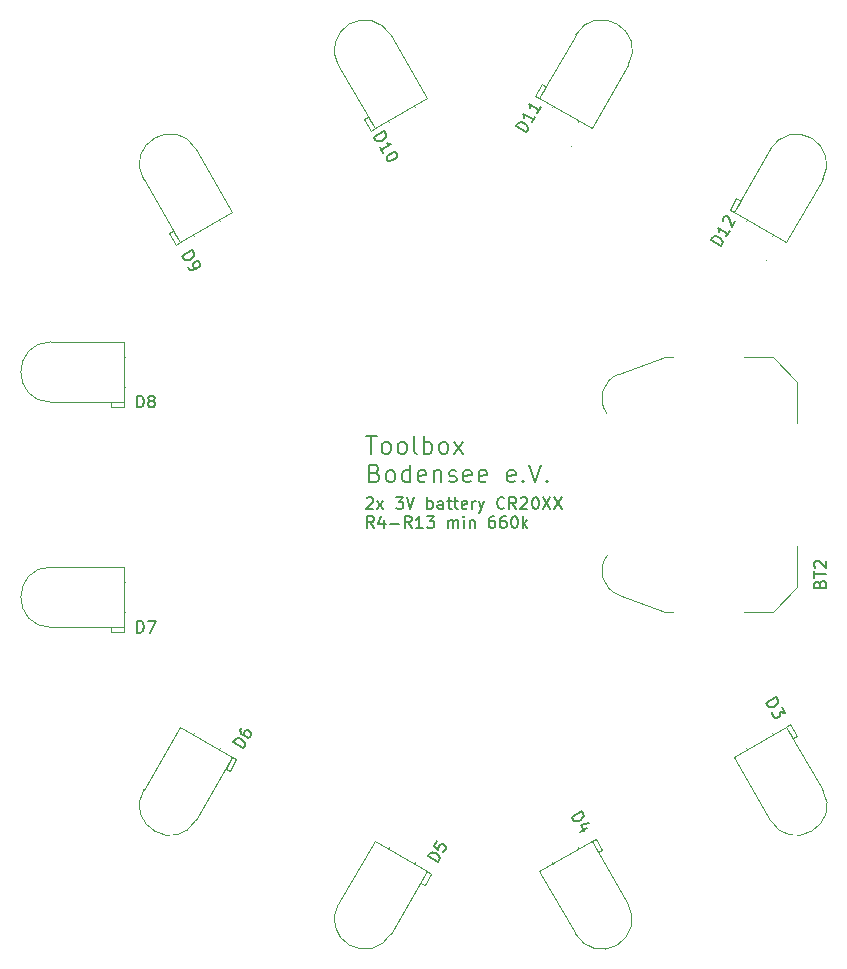
<source format=gto>
G04 #@! TF.GenerationSoftware,KiCad,Pcbnew,7.0.9*
G04 #@! TF.CreationDate,2024-02-04T19:54:10+01:00*
G04 #@! TF.ProjectId,Toolbox,546f6f6c-626f-4782-9e6b-696361645f70,rev?*
G04 #@! TF.SameCoordinates,Original*
G04 #@! TF.FileFunction,Legend,Top*
G04 #@! TF.FilePolarity,Positive*
%FSLAX46Y46*%
G04 Gerber Fmt 4.6, Leading zero omitted, Abs format (unit mm)*
G04 Created by KiCad (PCBNEW 7.0.9) date 2024-02-04 19:54:10*
%MOMM*%
%LPD*%
G01*
G04 APERTURE LIST*
G04 Aperture macros list*
%AMHorizOval*
0 Thick line with rounded ends*
0 $1 width*
0 $2 $3 position (X,Y) of the first rounded end (center of the circle)*
0 $4 $5 position (X,Y) of the second rounded end (center of the circle)*
0 Add line between two ends*
20,1,$1,$2,$3,$4,$5,0*
0 Add two circle primitives to create the rounded ends*
1,1,$1,$2,$3*
1,1,$1,$4,$5*%
%AMRotRect*
0 Rectangle, with rotation*
0 The origin of the aperture is its center*
0 $1 length*
0 $2 width*
0 $3 Rotation angle, in degrees counterclockwise*
0 Add horizontal line*
21,1,$1,$2,0,0,$3*%
G04 Aperture macros list end*
%ADD10C,0.150000*%
%ADD11C,0.200000*%
%ADD12C,0.120000*%
%ADD13R,5.000000X2.000000*%
%ADD14RotRect,2.000000X5.000000X30.000000*%
%ADD15RotRect,2.000000X5.000000X210.000000*%
%ADD16RotRect,2.000000X5.000000X330.000000*%
%ADD17R,6.000000X2.650000*%
%ADD18C,17.800000*%
%ADD19RotRect,2.000000X5.000000X150.000000*%
%ADD20C,1.600000*%
%ADD21R,1.600000X1.600000*%
%ADD22HorizOval,1.600000X0.000000X0.000000X0.000000X0.000000X0*%
%ADD23HorizOval,1.600000X0.000000X0.000000X0.000000X0.000000X0*%
%ADD24HorizOval,1.600000X0.000000X0.000000X0.000000X0.000000X0*%
%ADD25O,1.600000X1.600000*%
%ADD26RotRect,2.400000X1.600000X60.000000*%
%ADD27HorizOval,1.600000X0.200000X0.346410X-0.200000X-0.346410X0*%
%ADD28R,1.560000X1.560000*%
%ADD29C,1.560000*%
%ADD30C,1.800000*%
%ADD31RotRect,1.800000X1.800000X30.000000*%
%ADD32HorizOval,1.600000X0.000000X0.000000X0.000000X0.000000X0*%
G04 APERTURE END LIST*
D10*
X90129160Y-101165057D02*
X90176779Y-101117438D01*
X90176779Y-101117438D02*
X90272017Y-101069819D01*
X90272017Y-101069819D02*
X90510112Y-101069819D01*
X90510112Y-101069819D02*
X90605350Y-101117438D01*
X90605350Y-101117438D02*
X90652969Y-101165057D01*
X90652969Y-101165057D02*
X90700588Y-101260295D01*
X90700588Y-101260295D02*
X90700588Y-101355533D01*
X90700588Y-101355533D02*
X90652969Y-101498390D01*
X90652969Y-101498390D02*
X90081541Y-102069819D01*
X90081541Y-102069819D02*
X90700588Y-102069819D01*
X91033922Y-102069819D02*
X91557731Y-101403152D01*
X91033922Y-101403152D02*
X91557731Y-102069819D01*
X92605351Y-101069819D02*
X93224398Y-101069819D01*
X93224398Y-101069819D02*
X92891065Y-101450771D01*
X92891065Y-101450771D02*
X93033922Y-101450771D01*
X93033922Y-101450771D02*
X93129160Y-101498390D01*
X93129160Y-101498390D02*
X93176779Y-101546009D01*
X93176779Y-101546009D02*
X93224398Y-101641247D01*
X93224398Y-101641247D02*
X93224398Y-101879342D01*
X93224398Y-101879342D02*
X93176779Y-101974580D01*
X93176779Y-101974580D02*
X93129160Y-102022200D01*
X93129160Y-102022200D02*
X93033922Y-102069819D01*
X93033922Y-102069819D02*
X92748208Y-102069819D01*
X92748208Y-102069819D02*
X92652970Y-102022200D01*
X92652970Y-102022200D02*
X92605351Y-101974580D01*
X93510113Y-101069819D02*
X93843446Y-102069819D01*
X93843446Y-102069819D02*
X94176779Y-101069819D01*
X95272018Y-102069819D02*
X95272018Y-101069819D01*
X95272018Y-101450771D02*
X95367256Y-101403152D01*
X95367256Y-101403152D02*
X95557732Y-101403152D01*
X95557732Y-101403152D02*
X95652970Y-101450771D01*
X95652970Y-101450771D02*
X95700589Y-101498390D01*
X95700589Y-101498390D02*
X95748208Y-101593628D01*
X95748208Y-101593628D02*
X95748208Y-101879342D01*
X95748208Y-101879342D02*
X95700589Y-101974580D01*
X95700589Y-101974580D02*
X95652970Y-102022200D01*
X95652970Y-102022200D02*
X95557732Y-102069819D01*
X95557732Y-102069819D02*
X95367256Y-102069819D01*
X95367256Y-102069819D02*
X95272018Y-102022200D01*
X96605351Y-102069819D02*
X96605351Y-101546009D01*
X96605351Y-101546009D02*
X96557732Y-101450771D01*
X96557732Y-101450771D02*
X96462494Y-101403152D01*
X96462494Y-101403152D02*
X96272018Y-101403152D01*
X96272018Y-101403152D02*
X96176780Y-101450771D01*
X96605351Y-102022200D02*
X96510113Y-102069819D01*
X96510113Y-102069819D02*
X96272018Y-102069819D01*
X96272018Y-102069819D02*
X96176780Y-102022200D01*
X96176780Y-102022200D02*
X96129161Y-101926961D01*
X96129161Y-101926961D02*
X96129161Y-101831723D01*
X96129161Y-101831723D02*
X96176780Y-101736485D01*
X96176780Y-101736485D02*
X96272018Y-101688866D01*
X96272018Y-101688866D02*
X96510113Y-101688866D01*
X96510113Y-101688866D02*
X96605351Y-101641247D01*
X96938685Y-101403152D02*
X97319637Y-101403152D01*
X97081542Y-101069819D02*
X97081542Y-101926961D01*
X97081542Y-101926961D02*
X97129161Y-102022200D01*
X97129161Y-102022200D02*
X97224399Y-102069819D01*
X97224399Y-102069819D02*
X97319637Y-102069819D01*
X97510114Y-101403152D02*
X97891066Y-101403152D01*
X97652971Y-101069819D02*
X97652971Y-101926961D01*
X97652971Y-101926961D02*
X97700590Y-102022200D01*
X97700590Y-102022200D02*
X97795828Y-102069819D01*
X97795828Y-102069819D02*
X97891066Y-102069819D01*
X98605352Y-102022200D02*
X98510114Y-102069819D01*
X98510114Y-102069819D02*
X98319638Y-102069819D01*
X98319638Y-102069819D02*
X98224400Y-102022200D01*
X98224400Y-102022200D02*
X98176781Y-101926961D01*
X98176781Y-101926961D02*
X98176781Y-101546009D01*
X98176781Y-101546009D02*
X98224400Y-101450771D01*
X98224400Y-101450771D02*
X98319638Y-101403152D01*
X98319638Y-101403152D02*
X98510114Y-101403152D01*
X98510114Y-101403152D02*
X98605352Y-101450771D01*
X98605352Y-101450771D02*
X98652971Y-101546009D01*
X98652971Y-101546009D02*
X98652971Y-101641247D01*
X98652971Y-101641247D02*
X98176781Y-101736485D01*
X99081543Y-102069819D02*
X99081543Y-101403152D01*
X99081543Y-101593628D02*
X99129162Y-101498390D01*
X99129162Y-101498390D02*
X99176781Y-101450771D01*
X99176781Y-101450771D02*
X99272019Y-101403152D01*
X99272019Y-101403152D02*
X99367257Y-101403152D01*
X99605353Y-101403152D02*
X99843448Y-102069819D01*
X100081543Y-101403152D02*
X99843448Y-102069819D01*
X99843448Y-102069819D02*
X99748210Y-102307914D01*
X99748210Y-102307914D02*
X99700591Y-102355533D01*
X99700591Y-102355533D02*
X99605353Y-102403152D01*
X101795829Y-101974580D02*
X101748210Y-102022200D01*
X101748210Y-102022200D02*
X101605353Y-102069819D01*
X101605353Y-102069819D02*
X101510115Y-102069819D01*
X101510115Y-102069819D02*
X101367258Y-102022200D01*
X101367258Y-102022200D02*
X101272020Y-101926961D01*
X101272020Y-101926961D02*
X101224401Y-101831723D01*
X101224401Y-101831723D02*
X101176782Y-101641247D01*
X101176782Y-101641247D02*
X101176782Y-101498390D01*
X101176782Y-101498390D02*
X101224401Y-101307914D01*
X101224401Y-101307914D02*
X101272020Y-101212676D01*
X101272020Y-101212676D02*
X101367258Y-101117438D01*
X101367258Y-101117438D02*
X101510115Y-101069819D01*
X101510115Y-101069819D02*
X101605353Y-101069819D01*
X101605353Y-101069819D02*
X101748210Y-101117438D01*
X101748210Y-101117438D02*
X101795829Y-101165057D01*
X102795829Y-102069819D02*
X102462496Y-101593628D01*
X102224401Y-102069819D02*
X102224401Y-101069819D01*
X102224401Y-101069819D02*
X102605353Y-101069819D01*
X102605353Y-101069819D02*
X102700591Y-101117438D01*
X102700591Y-101117438D02*
X102748210Y-101165057D01*
X102748210Y-101165057D02*
X102795829Y-101260295D01*
X102795829Y-101260295D02*
X102795829Y-101403152D01*
X102795829Y-101403152D02*
X102748210Y-101498390D01*
X102748210Y-101498390D02*
X102700591Y-101546009D01*
X102700591Y-101546009D02*
X102605353Y-101593628D01*
X102605353Y-101593628D02*
X102224401Y-101593628D01*
X103176782Y-101165057D02*
X103224401Y-101117438D01*
X103224401Y-101117438D02*
X103319639Y-101069819D01*
X103319639Y-101069819D02*
X103557734Y-101069819D01*
X103557734Y-101069819D02*
X103652972Y-101117438D01*
X103652972Y-101117438D02*
X103700591Y-101165057D01*
X103700591Y-101165057D02*
X103748210Y-101260295D01*
X103748210Y-101260295D02*
X103748210Y-101355533D01*
X103748210Y-101355533D02*
X103700591Y-101498390D01*
X103700591Y-101498390D02*
X103129163Y-102069819D01*
X103129163Y-102069819D02*
X103748210Y-102069819D01*
X104367258Y-101069819D02*
X104462496Y-101069819D01*
X104462496Y-101069819D02*
X104557734Y-101117438D01*
X104557734Y-101117438D02*
X104605353Y-101165057D01*
X104605353Y-101165057D02*
X104652972Y-101260295D01*
X104652972Y-101260295D02*
X104700591Y-101450771D01*
X104700591Y-101450771D02*
X104700591Y-101688866D01*
X104700591Y-101688866D02*
X104652972Y-101879342D01*
X104652972Y-101879342D02*
X104605353Y-101974580D01*
X104605353Y-101974580D02*
X104557734Y-102022200D01*
X104557734Y-102022200D02*
X104462496Y-102069819D01*
X104462496Y-102069819D02*
X104367258Y-102069819D01*
X104367258Y-102069819D02*
X104272020Y-102022200D01*
X104272020Y-102022200D02*
X104224401Y-101974580D01*
X104224401Y-101974580D02*
X104176782Y-101879342D01*
X104176782Y-101879342D02*
X104129163Y-101688866D01*
X104129163Y-101688866D02*
X104129163Y-101450771D01*
X104129163Y-101450771D02*
X104176782Y-101260295D01*
X104176782Y-101260295D02*
X104224401Y-101165057D01*
X104224401Y-101165057D02*
X104272020Y-101117438D01*
X104272020Y-101117438D02*
X104367258Y-101069819D01*
X105033925Y-101069819D02*
X105700591Y-102069819D01*
X105700591Y-101069819D02*
X105033925Y-102069819D01*
X105986306Y-101069819D02*
X106652972Y-102069819D01*
X106652972Y-101069819D02*
X105986306Y-102069819D01*
X90748207Y-103679819D02*
X90414874Y-103203628D01*
X90176779Y-103679819D02*
X90176779Y-102679819D01*
X90176779Y-102679819D02*
X90557731Y-102679819D01*
X90557731Y-102679819D02*
X90652969Y-102727438D01*
X90652969Y-102727438D02*
X90700588Y-102775057D01*
X90700588Y-102775057D02*
X90748207Y-102870295D01*
X90748207Y-102870295D02*
X90748207Y-103013152D01*
X90748207Y-103013152D02*
X90700588Y-103108390D01*
X90700588Y-103108390D02*
X90652969Y-103156009D01*
X90652969Y-103156009D02*
X90557731Y-103203628D01*
X90557731Y-103203628D02*
X90176779Y-103203628D01*
X91605350Y-103013152D02*
X91605350Y-103679819D01*
X91367255Y-102632200D02*
X91129160Y-103346485D01*
X91129160Y-103346485D02*
X91748207Y-103346485D01*
X92129160Y-103298866D02*
X92891065Y-103298866D01*
X93938683Y-103679819D02*
X93605350Y-103203628D01*
X93367255Y-103679819D02*
X93367255Y-102679819D01*
X93367255Y-102679819D02*
X93748207Y-102679819D01*
X93748207Y-102679819D02*
X93843445Y-102727438D01*
X93843445Y-102727438D02*
X93891064Y-102775057D01*
X93891064Y-102775057D02*
X93938683Y-102870295D01*
X93938683Y-102870295D02*
X93938683Y-103013152D01*
X93938683Y-103013152D02*
X93891064Y-103108390D01*
X93891064Y-103108390D02*
X93843445Y-103156009D01*
X93843445Y-103156009D02*
X93748207Y-103203628D01*
X93748207Y-103203628D02*
X93367255Y-103203628D01*
X94891064Y-103679819D02*
X94319636Y-103679819D01*
X94605350Y-103679819D02*
X94605350Y-102679819D01*
X94605350Y-102679819D02*
X94510112Y-102822676D01*
X94510112Y-102822676D02*
X94414874Y-102917914D01*
X94414874Y-102917914D02*
X94319636Y-102965533D01*
X95224398Y-102679819D02*
X95843445Y-102679819D01*
X95843445Y-102679819D02*
X95510112Y-103060771D01*
X95510112Y-103060771D02*
X95652969Y-103060771D01*
X95652969Y-103060771D02*
X95748207Y-103108390D01*
X95748207Y-103108390D02*
X95795826Y-103156009D01*
X95795826Y-103156009D02*
X95843445Y-103251247D01*
X95843445Y-103251247D02*
X95843445Y-103489342D01*
X95843445Y-103489342D02*
X95795826Y-103584580D01*
X95795826Y-103584580D02*
X95748207Y-103632200D01*
X95748207Y-103632200D02*
X95652969Y-103679819D01*
X95652969Y-103679819D02*
X95367255Y-103679819D01*
X95367255Y-103679819D02*
X95272017Y-103632200D01*
X95272017Y-103632200D02*
X95224398Y-103584580D01*
X97033922Y-103679819D02*
X97033922Y-103013152D01*
X97033922Y-103108390D02*
X97081541Y-103060771D01*
X97081541Y-103060771D02*
X97176779Y-103013152D01*
X97176779Y-103013152D02*
X97319636Y-103013152D01*
X97319636Y-103013152D02*
X97414874Y-103060771D01*
X97414874Y-103060771D02*
X97462493Y-103156009D01*
X97462493Y-103156009D02*
X97462493Y-103679819D01*
X97462493Y-103156009D02*
X97510112Y-103060771D01*
X97510112Y-103060771D02*
X97605350Y-103013152D01*
X97605350Y-103013152D02*
X97748207Y-103013152D01*
X97748207Y-103013152D02*
X97843446Y-103060771D01*
X97843446Y-103060771D02*
X97891065Y-103156009D01*
X97891065Y-103156009D02*
X97891065Y-103679819D01*
X98367255Y-103679819D02*
X98367255Y-103013152D01*
X98367255Y-102679819D02*
X98319636Y-102727438D01*
X98319636Y-102727438D02*
X98367255Y-102775057D01*
X98367255Y-102775057D02*
X98414874Y-102727438D01*
X98414874Y-102727438D02*
X98367255Y-102679819D01*
X98367255Y-102679819D02*
X98367255Y-102775057D01*
X98843445Y-103013152D02*
X98843445Y-103679819D01*
X98843445Y-103108390D02*
X98891064Y-103060771D01*
X98891064Y-103060771D02*
X98986302Y-103013152D01*
X98986302Y-103013152D02*
X99129159Y-103013152D01*
X99129159Y-103013152D02*
X99224397Y-103060771D01*
X99224397Y-103060771D02*
X99272016Y-103156009D01*
X99272016Y-103156009D02*
X99272016Y-103679819D01*
X100938683Y-102679819D02*
X100748207Y-102679819D01*
X100748207Y-102679819D02*
X100652969Y-102727438D01*
X100652969Y-102727438D02*
X100605350Y-102775057D01*
X100605350Y-102775057D02*
X100510112Y-102917914D01*
X100510112Y-102917914D02*
X100462493Y-103108390D01*
X100462493Y-103108390D02*
X100462493Y-103489342D01*
X100462493Y-103489342D02*
X100510112Y-103584580D01*
X100510112Y-103584580D02*
X100557731Y-103632200D01*
X100557731Y-103632200D02*
X100652969Y-103679819D01*
X100652969Y-103679819D02*
X100843445Y-103679819D01*
X100843445Y-103679819D02*
X100938683Y-103632200D01*
X100938683Y-103632200D02*
X100986302Y-103584580D01*
X100986302Y-103584580D02*
X101033921Y-103489342D01*
X101033921Y-103489342D02*
X101033921Y-103251247D01*
X101033921Y-103251247D02*
X100986302Y-103156009D01*
X100986302Y-103156009D02*
X100938683Y-103108390D01*
X100938683Y-103108390D02*
X100843445Y-103060771D01*
X100843445Y-103060771D02*
X100652969Y-103060771D01*
X100652969Y-103060771D02*
X100557731Y-103108390D01*
X100557731Y-103108390D02*
X100510112Y-103156009D01*
X100510112Y-103156009D02*
X100462493Y-103251247D01*
X101891064Y-102679819D02*
X101700588Y-102679819D01*
X101700588Y-102679819D02*
X101605350Y-102727438D01*
X101605350Y-102727438D02*
X101557731Y-102775057D01*
X101557731Y-102775057D02*
X101462493Y-102917914D01*
X101462493Y-102917914D02*
X101414874Y-103108390D01*
X101414874Y-103108390D02*
X101414874Y-103489342D01*
X101414874Y-103489342D02*
X101462493Y-103584580D01*
X101462493Y-103584580D02*
X101510112Y-103632200D01*
X101510112Y-103632200D02*
X101605350Y-103679819D01*
X101605350Y-103679819D02*
X101795826Y-103679819D01*
X101795826Y-103679819D02*
X101891064Y-103632200D01*
X101891064Y-103632200D02*
X101938683Y-103584580D01*
X101938683Y-103584580D02*
X101986302Y-103489342D01*
X101986302Y-103489342D02*
X101986302Y-103251247D01*
X101986302Y-103251247D02*
X101938683Y-103156009D01*
X101938683Y-103156009D02*
X101891064Y-103108390D01*
X101891064Y-103108390D02*
X101795826Y-103060771D01*
X101795826Y-103060771D02*
X101605350Y-103060771D01*
X101605350Y-103060771D02*
X101510112Y-103108390D01*
X101510112Y-103108390D02*
X101462493Y-103156009D01*
X101462493Y-103156009D02*
X101414874Y-103251247D01*
X102605350Y-102679819D02*
X102700588Y-102679819D01*
X102700588Y-102679819D02*
X102795826Y-102727438D01*
X102795826Y-102727438D02*
X102843445Y-102775057D01*
X102843445Y-102775057D02*
X102891064Y-102870295D01*
X102891064Y-102870295D02*
X102938683Y-103060771D01*
X102938683Y-103060771D02*
X102938683Y-103298866D01*
X102938683Y-103298866D02*
X102891064Y-103489342D01*
X102891064Y-103489342D02*
X102843445Y-103584580D01*
X102843445Y-103584580D02*
X102795826Y-103632200D01*
X102795826Y-103632200D02*
X102700588Y-103679819D01*
X102700588Y-103679819D02*
X102605350Y-103679819D01*
X102605350Y-103679819D02*
X102510112Y-103632200D01*
X102510112Y-103632200D02*
X102462493Y-103584580D01*
X102462493Y-103584580D02*
X102414874Y-103489342D01*
X102414874Y-103489342D02*
X102367255Y-103298866D01*
X102367255Y-103298866D02*
X102367255Y-103060771D01*
X102367255Y-103060771D02*
X102414874Y-102870295D01*
X102414874Y-102870295D02*
X102462493Y-102775057D01*
X102462493Y-102775057D02*
X102510112Y-102727438D01*
X102510112Y-102727438D02*
X102605350Y-102679819D01*
X103367255Y-103679819D02*
X103367255Y-102679819D01*
X103462493Y-103298866D02*
X103748207Y-103679819D01*
X103748207Y-103013152D02*
X103367255Y-103394104D01*
D11*
X90114435Y-95891028D02*
X90971578Y-95891028D01*
X90543006Y-97391028D02*
X90543006Y-95891028D01*
X91685863Y-97391028D02*
X91543006Y-97319600D01*
X91543006Y-97319600D02*
X91471577Y-97248171D01*
X91471577Y-97248171D02*
X91400149Y-97105314D01*
X91400149Y-97105314D02*
X91400149Y-96676742D01*
X91400149Y-96676742D02*
X91471577Y-96533885D01*
X91471577Y-96533885D02*
X91543006Y-96462457D01*
X91543006Y-96462457D02*
X91685863Y-96391028D01*
X91685863Y-96391028D02*
X91900149Y-96391028D01*
X91900149Y-96391028D02*
X92043006Y-96462457D01*
X92043006Y-96462457D02*
X92114435Y-96533885D01*
X92114435Y-96533885D02*
X92185863Y-96676742D01*
X92185863Y-96676742D02*
X92185863Y-97105314D01*
X92185863Y-97105314D02*
X92114435Y-97248171D01*
X92114435Y-97248171D02*
X92043006Y-97319600D01*
X92043006Y-97319600D02*
X91900149Y-97391028D01*
X91900149Y-97391028D02*
X91685863Y-97391028D01*
X93043006Y-97391028D02*
X92900149Y-97319600D01*
X92900149Y-97319600D02*
X92828720Y-97248171D01*
X92828720Y-97248171D02*
X92757292Y-97105314D01*
X92757292Y-97105314D02*
X92757292Y-96676742D01*
X92757292Y-96676742D02*
X92828720Y-96533885D01*
X92828720Y-96533885D02*
X92900149Y-96462457D01*
X92900149Y-96462457D02*
X93043006Y-96391028D01*
X93043006Y-96391028D02*
X93257292Y-96391028D01*
X93257292Y-96391028D02*
X93400149Y-96462457D01*
X93400149Y-96462457D02*
X93471578Y-96533885D01*
X93471578Y-96533885D02*
X93543006Y-96676742D01*
X93543006Y-96676742D02*
X93543006Y-97105314D01*
X93543006Y-97105314D02*
X93471578Y-97248171D01*
X93471578Y-97248171D02*
X93400149Y-97319600D01*
X93400149Y-97319600D02*
X93257292Y-97391028D01*
X93257292Y-97391028D02*
X93043006Y-97391028D01*
X94400149Y-97391028D02*
X94257292Y-97319600D01*
X94257292Y-97319600D02*
X94185863Y-97176742D01*
X94185863Y-97176742D02*
X94185863Y-95891028D01*
X94971577Y-97391028D02*
X94971577Y-95891028D01*
X94971577Y-96462457D02*
X95114435Y-96391028D01*
X95114435Y-96391028D02*
X95400149Y-96391028D01*
X95400149Y-96391028D02*
X95543006Y-96462457D01*
X95543006Y-96462457D02*
X95614435Y-96533885D01*
X95614435Y-96533885D02*
X95685863Y-96676742D01*
X95685863Y-96676742D02*
X95685863Y-97105314D01*
X95685863Y-97105314D02*
X95614435Y-97248171D01*
X95614435Y-97248171D02*
X95543006Y-97319600D01*
X95543006Y-97319600D02*
X95400149Y-97391028D01*
X95400149Y-97391028D02*
X95114435Y-97391028D01*
X95114435Y-97391028D02*
X94971577Y-97319600D01*
X96543006Y-97391028D02*
X96400149Y-97319600D01*
X96400149Y-97319600D02*
X96328720Y-97248171D01*
X96328720Y-97248171D02*
X96257292Y-97105314D01*
X96257292Y-97105314D02*
X96257292Y-96676742D01*
X96257292Y-96676742D02*
X96328720Y-96533885D01*
X96328720Y-96533885D02*
X96400149Y-96462457D01*
X96400149Y-96462457D02*
X96543006Y-96391028D01*
X96543006Y-96391028D02*
X96757292Y-96391028D01*
X96757292Y-96391028D02*
X96900149Y-96462457D01*
X96900149Y-96462457D02*
X96971578Y-96533885D01*
X96971578Y-96533885D02*
X97043006Y-96676742D01*
X97043006Y-96676742D02*
X97043006Y-97105314D01*
X97043006Y-97105314D02*
X96971578Y-97248171D01*
X96971578Y-97248171D02*
X96900149Y-97319600D01*
X96900149Y-97319600D02*
X96757292Y-97391028D01*
X96757292Y-97391028D02*
X96543006Y-97391028D01*
X97543006Y-97391028D02*
X98328721Y-96391028D01*
X97543006Y-96391028D02*
X98328721Y-97391028D01*
X90828720Y-99020314D02*
X91043006Y-99091742D01*
X91043006Y-99091742D02*
X91114435Y-99163171D01*
X91114435Y-99163171D02*
X91185863Y-99306028D01*
X91185863Y-99306028D02*
X91185863Y-99520314D01*
X91185863Y-99520314D02*
X91114435Y-99663171D01*
X91114435Y-99663171D02*
X91043006Y-99734600D01*
X91043006Y-99734600D02*
X90900149Y-99806028D01*
X90900149Y-99806028D02*
X90328720Y-99806028D01*
X90328720Y-99806028D02*
X90328720Y-98306028D01*
X90328720Y-98306028D02*
X90828720Y-98306028D01*
X90828720Y-98306028D02*
X90971578Y-98377457D01*
X90971578Y-98377457D02*
X91043006Y-98448885D01*
X91043006Y-98448885D02*
X91114435Y-98591742D01*
X91114435Y-98591742D02*
X91114435Y-98734600D01*
X91114435Y-98734600D02*
X91043006Y-98877457D01*
X91043006Y-98877457D02*
X90971578Y-98948885D01*
X90971578Y-98948885D02*
X90828720Y-99020314D01*
X90828720Y-99020314D02*
X90328720Y-99020314D01*
X92043006Y-99806028D02*
X91900149Y-99734600D01*
X91900149Y-99734600D02*
X91828720Y-99663171D01*
X91828720Y-99663171D02*
X91757292Y-99520314D01*
X91757292Y-99520314D02*
X91757292Y-99091742D01*
X91757292Y-99091742D02*
X91828720Y-98948885D01*
X91828720Y-98948885D02*
X91900149Y-98877457D01*
X91900149Y-98877457D02*
X92043006Y-98806028D01*
X92043006Y-98806028D02*
X92257292Y-98806028D01*
X92257292Y-98806028D02*
X92400149Y-98877457D01*
X92400149Y-98877457D02*
X92471578Y-98948885D01*
X92471578Y-98948885D02*
X92543006Y-99091742D01*
X92543006Y-99091742D02*
X92543006Y-99520314D01*
X92543006Y-99520314D02*
X92471578Y-99663171D01*
X92471578Y-99663171D02*
X92400149Y-99734600D01*
X92400149Y-99734600D02*
X92257292Y-99806028D01*
X92257292Y-99806028D02*
X92043006Y-99806028D01*
X93828721Y-99806028D02*
X93828721Y-98306028D01*
X93828721Y-99734600D02*
X93685863Y-99806028D01*
X93685863Y-99806028D02*
X93400149Y-99806028D01*
X93400149Y-99806028D02*
X93257292Y-99734600D01*
X93257292Y-99734600D02*
X93185863Y-99663171D01*
X93185863Y-99663171D02*
X93114435Y-99520314D01*
X93114435Y-99520314D02*
X93114435Y-99091742D01*
X93114435Y-99091742D02*
X93185863Y-98948885D01*
X93185863Y-98948885D02*
X93257292Y-98877457D01*
X93257292Y-98877457D02*
X93400149Y-98806028D01*
X93400149Y-98806028D02*
X93685863Y-98806028D01*
X93685863Y-98806028D02*
X93828721Y-98877457D01*
X95114435Y-99734600D02*
X94971578Y-99806028D01*
X94971578Y-99806028D02*
X94685864Y-99806028D01*
X94685864Y-99806028D02*
X94543006Y-99734600D01*
X94543006Y-99734600D02*
X94471578Y-99591742D01*
X94471578Y-99591742D02*
X94471578Y-99020314D01*
X94471578Y-99020314D02*
X94543006Y-98877457D01*
X94543006Y-98877457D02*
X94685864Y-98806028D01*
X94685864Y-98806028D02*
X94971578Y-98806028D01*
X94971578Y-98806028D02*
X95114435Y-98877457D01*
X95114435Y-98877457D02*
X95185864Y-99020314D01*
X95185864Y-99020314D02*
X95185864Y-99163171D01*
X95185864Y-99163171D02*
X94471578Y-99306028D01*
X95828720Y-98806028D02*
X95828720Y-99806028D01*
X95828720Y-98948885D02*
X95900149Y-98877457D01*
X95900149Y-98877457D02*
X96043006Y-98806028D01*
X96043006Y-98806028D02*
X96257292Y-98806028D01*
X96257292Y-98806028D02*
X96400149Y-98877457D01*
X96400149Y-98877457D02*
X96471578Y-99020314D01*
X96471578Y-99020314D02*
X96471578Y-99806028D01*
X97114435Y-99734600D02*
X97257292Y-99806028D01*
X97257292Y-99806028D02*
X97543006Y-99806028D01*
X97543006Y-99806028D02*
X97685863Y-99734600D01*
X97685863Y-99734600D02*
X97757292Y-99591742D01*
X97757292Y-99591742D02*
X97757292Y-99520314D01*
X97757292Y-99520314D02*
X97685863Y-99377457D01*
X97685863Y-99377457D02*
X97543006Y-99306028D01*
X97543006Y-99306028D02*
X97328721Y-99306028D01*
X97328721Y-99306028D02*
X97185863Y-99234600D01*
X97185863Y-99234600D02*
X97114435Y-99091742D01*
X97114435Y-99091742D02*
X97114435Y-99020314D01*
X97114435Y-99020314D02*
X97185863Y-98877457D01*
X97185863Y-98877457D02*
X97328721Y-98806028D01*
X97328721Y-98806028D02*
X97543006Y-98806028D01*
X97543006Y-98806028D02*
X97685863Y-98877457D01*
X98971578Y-99734600D02*
X98828721Y-99806028D01*
X98828721Y-99806028D02*
X98543007Y-99806028D01*
X98543007Y-99806028D02*
X98400149Y-99734600D01*
X98400149Y-99734600D02*
X98328721Y-99591742D01*
X98328721Y-99591742D02*
X98328721Y-99020314D01*
X98328721Y-99020314D02*
X98400149Y-98877457D01*
X98400149Y-98877457D02*
X98543007Y-98806028D01*
X98543007Y-98806028D02*
X98828721Y-98806028D01*
X98828721Y-98806028D02*
X98971578Y-98877457D01*
X98971578Y-98877457D02*
X99043007Y-99020314D01*
X99043007Y-99020314D02*
X99043007Y-99163171D01*
X99043007Y-99163171D02*
X98328721Y-99306028D01*
X100257292Y-99734600D02*
X100114435Y-99806028D01*
X100114435Y-99806028D02*
X99828721Y-99806028D01*
X99828721Y-99806028D02*
X99685863Y-99734600D01*
X99685863Y-99734600D02*
X99614435Y-99591742D01*
X99614435Y-99591742D02*
X99614435Y-99020314D01*
X99614435Y-99020314D02*
X99685863Y-98877457D01*
X99685863Y-98877457D02*
X99828721Y-98806028D01*
X99828721Y-98806028D02*
X100114435Y-98806028D01*
X100114435Y-98806028D02*
X100257292Y-98877457D01*
X100257292Y-98877457D02*
X100328721Y-99020314D01*
X100328721Y-99020314D02*
X100328721Y-99163171D01*
X100328721Y-99163171D02*
X99614435Y-99306028D01*
X102685863Y-99734600D02*
X102543006Y-99806028D01*
X102543006Y-99806028D02*
X102257292Y-99806028D01*
X102257292Y-99806028D02*
X102114434Y-99734600D01*
X102114434Y-99734600D02*
X102043006Y-99591742D01*
X102043006Y-99591742D02*
X102043006Y-99020314D01*
X102043006Y-99020314D02*
X102114434Y-98877457D01*
X102114434Y-98877457D02*
X102257292Y-98806028D01*
X102257292Y-98806028D02*
X102543006Y-98806028D01*
X102543006Y-98806028D02*
X102685863Y-98877457D01*
X102685863Y-98877457D02*
X102757292Y-99020314D01*
X102757292Y-99020314D02*
X102757292Y-99163171D01*
X102757292Y-99163171D02*
X102043006Y-99306028D01*
X103400148Y-99663171D02*
X103471577Y-99734600D01*
X103471577Y-99734600D02*
X103400148Y-99806028D01*
X103400148Y-99806028D02*
X103328720Y-99734600D01*
X103328720Y-99734600D02*
X103400148Y-99663171D01*
X103400148Y-99663171D02*
X103400148Y-99806028D01*
X103900149Y-98306028D02*
X104400149Y-99806028D01*
X104400149Y-99806028D02*
X104900149Y-98306028D01*
X105400148Y-99663171D02*
X105471577Y-99734600D01*
X105471577Y-99734600D02*
X105400148Y-99806028D01*
X105400148Y-99806028D02*
X105328720Y-99734600D01*
X105328720Y-99734600D02*
X105400148Y-99663171D01*
X105400148Y-99663171D02*
X105400148Y-99806028D01*
D10*
X70686905Y-112524819D02*
X70686905Y-111524819D01*
X70686905Y-111524819D02*
X70925000Y-111524819D01*
X70925000Y-111524819D02*
X71067857Y-111572438D01*
X71067857Y-111572438D02*
X71163095Y-111667676D01*
X71163095Y-111667676D02*
X71210714Y-111762914D01*
X71210714Y-111762914D02*
X71258333Y-111953390D01*
X71258333Y-111953390D02*
X71258333Y-112096247D01*
X71258333Y-112096247D02*
X71210714Y-112286723D01*
X71210714Y-112286723D02*
X71163095Y-112381961D01*
X71163095Y-112381961D02*
X71067857Y-112477200D01*
X71067857Y-112477200D02*
X70925000Y-112524819D01*
X70925000Y-112524819D02*
X70686905Y-112524819D01*
X71591667Y-111524819D02*
X72258333Y-111524819D01*
X72258333Y-111524819D02*
X71829762Y-112524819D01*
D11*
X71159673Y-108762219D02*
X71159673Y-107762219D01*
X71731101Y-108762219D02*
X71302530Y-108190790D01*
X71731101Y-107762219D02*
X71159673Y-108333647D01*
D10*
X123964272Y-118508422D02*
X124830298Y-118008422D01*
X124830298Y-118008422D02*
X124949345Y-118214619D01*
X124949345Y-118214619D02*
X124979535Y-118362146D01*
X124979535Y-118362146D02*
X124944675Y-118492244D01*
X124944675Y-118492244D02*
X124886006Y-118581102D01*
X124886006Y-118581102D02*
X124744858Y-118717580D01*
X124744858Y-118717580D02*
X124621140Y-118789008D01*
X124621140Y-118789008D02*
X124432374Y-118843007D01*
X124432374Y-118843007D02*
X124326085Y-118849387D01*
X124326085Y-118849387D02*
X124195988Y-118814527D01*
X124195988Y-118814527D02*
X124083320Y-118714619D01*
X124083320Y-118714619D02*
X123964272Y-118508422D01*
X125282679Y-118791969D02*
X125592202Y-119328080D01*
X125592202Y-119328080D02*
X125095621Y-119229881D01*
X125095621Y-119229881D02*
X125167050Y-119353599D01*
X125167050Y-119353599D02*
X125173430Y-119459887D01*
X125173430Y-119459887D02*
X125156000Y-119524936D01*
X125156000Y-119524936D02*
X125097331Y-119613794D01*
X125097331Y-119613794D02*
X124891134Y-119732842D01*
X124891134Y-119732842D02*
X124784846Y-119739222D01*
X124784846Y-119739222D02*
X124719797Y-119721792D01*
X124719797Y-119721792D02*
X124630939Y-119663123D01*
X124630939Y-119663123D02*
X124488082Y-119415687D01*
X124488082Y-119415687D02*
X124481702Y-119309399D01*
X124481702Y-119309399D02*
X124499132Y-119244350D01*
D11*
X121995245Y-120803892D02*
X121129220Y-121303892D01*
X121709531Y-120309020D02*
X121428945Y-120965888D01*
X120843506Y-120809020D02*
X121624091Y-121018177D01*
D10*
X90751767Y-70595585D02*
X91617792Y-70095585D01*
X91617792Y-70095585D02*
X91736840Y-70301781D01*
X91736840Y-70301781D02*
X91767029Y-70449309D01*
X91767029Y-70449309D02*
X91732169Y-70579406D01*
X91732169Y-70579406D02*
X91673500Y-70668265D01*
X91673500Y-70668265D02*
X91532353Y-70804742D01*
X91532353Y-70804742D02*
X91408635Y-70876171D01*
X91408635Y-70876171D02*
X91219868Y-70930169D01*
X91219868Y-70930169D02*
X91113580Y-70936549D01*
X91113580Y-70936549D02*
X90983482Y-70901690D01*
X90983482Y-70901690D02*
X90870814Y-70801781D01*
X90870814Y-70801781D02*
X90751767Y-70595585D01*
X91513672Y-71915242D02*
X91227957Y-71420371D01*
X91370814Y-71667807D02*
X92236840Y-71167807D01*
X92236840Y-71167807D02*
X92065503Y-71156757D01*
X92065503Y-71156757D02*
X91935405Y-71121897D01*
X91935405Y-71121897D02*
X91846547Y-71063228D01*
X92689221Y-71951353D02*
X92736840Y-72033832D01*
X92736840Y-72033832D02*
X92743220Y-72140120D01*
X92743220Y-72140120D02*
X92725790Y-72205169D01*
X92725790Y-72205169D02*
X92667121Y-72294027D01*
X92667121Y-72294027D02*
X92525973Y-72430505D01*
X92525973Y-72430505D02*
X92319776Y-72549552D01*
X92319776Y-72549552D02*
X92131010Y-72603551D01*
X92131010Y-72603551D02*
X92024722Y-72609931D01*
X92024722Y-72609931D02*
X91959673Y-72592501D01*
X91959673Y-72592501D02*
X91870814Y-72533832D01*
X91870814Y-72533832D02*
X91823195Y-72451353D01*
X91823195Y-72451353D02*
X91816816Y-72345065D01*
X91816816Y-72345065D02*
X91834245Y-72280017D01*
X91834245Y-72280017D02*
X91892914Y-72191158D01*
X91892914Y-72191158D02*
X92034062Y-72054681D01*
X92034062Y-72054681D02*
X92240259Y-71935633D01*
X92240259Y-71935633D02*
X92429025Y-71881634D01*
X92429025Y-71881634D02*
X92535314Y-71875255D01*
X92535314Y-71875255D02*
X92600362Y-71892684D01*
X92600362Y-71892684D02*
X92689221Y-71951353D01*
D11*
X94484754Y-69536107D02*
X95350779Y-69036107D01*
X94770468Y-70030979D02*
X95051054Y-69374111D01*
X95636493Y-69530979D02*
X94855908Y-69321822D01*
D10*
X79697042Y-122326840D02*
X78831017Y-121826840D01*
X78831017Y-121826840D02*
X78950064Y-121620643D01*
X78950064Y-121620643D02*
X79062732Y-121520735D01*
X79062732Y-121520735D02*
X79192830Y-121485875D01*
X79192830Y-121485875D02*
X79299118Y-121492255D01*
X79299118Y-121492255D02*
X79487885Y-121546254D01*
X79487885Y-121546254D02*
X79611603Y-121617682D01*
X79611603Y-121617682D02*
X79752750Y-121754160D01*
X79752750Y-121754160D02*
X79811419Y-121843018D01*
X79811419Y-121843018D02*
X79846279Y-121973116D01*
X79846279Y-121973116D02*
X79816090Y-122120643D01*
X79816090Y-122120643D02*
X79697042Y-122326840D01*
X79545302Y-120589661D02*
X79450064Y-120754618D01*
X79450064Y-120754618D02*
X79443684Y-120860906D01*
X79443684Y-120860906D02*
X79461114Y-120925955D01*
X79461114Y-120925955D02*
X79537213Y-121079862D01*
X79537213Y-121079862D02*
X79678361Y-121216339D01*
X79678361Y-121216339D02*
X80008275Y-121406816D01*
X80008275Y-121406816D02*
X80114563Y-121413195D01*
X80114563Y-121413195D02*
X80179612Y-121395766D01*
X80179612Y-121395766D02*
X80268471Y-121337097D01*
X80268471Y-121337097D02*
X80363709Y-121172139D01*
X80363709Y-121172139D02*
X80370088Y-121065851D01*
X80370088Y-121065851D02*
X80352659Y-121000802D01*
X80352659Y-121000802D02*
X80293990Y-120911944D01*
X80293990Y-120911944D02*
X80087793Y-120792896D01*
X80087793Y-120792896D02*
X79981505Y-120786517D01*
X79981505Y-120786517D02*
X79916456Y-120803946D01*
X79916456Y-120803946D02*
X79827598Y-120862615D01*
X79827598Y-120862615D02*
X79732360Y-121027573D01*
X79732360Y-121027573D02*
X79725980Y-121133861D01*
X79725980Y-121133861D02*
X79743410Y-121198910D01*
X79743410Y-121198910D02*
X79802079Y-121287768D01*
D11*
X76674918Y-120036111D02*
X75808893Y-119536111D01*
X76960633Y-119541239D02*
X76251475Y-119626678D01*
X76094607Y-119041239D02*
X76303765Y-119821825D01*
D10*
X128506009Y-108405714D02*
X128553628Y-108262857D01*
X128553628Y-108262857D02*
X128601247Y-108215238D01*
X128601247Y-108215238D02*
X128696485Y-108167619D01*
X128696485Y-108167619D02*
X128839342Y-108167619D01*
X128839342Y-108167619D02*
X128934580Y-108215238D01*
X128934580Y-108215238D02*
X128982200Y-108262857D01*
X128982200Y-108262857D02*
X129029819Y-108358095D01*
X129029819Y-108358095D02*
X129029819Y-108739047D01*
X129029819Y-108739047D02*
X128029819Y-108739047D01*
X128029819Y-108739047D02*
X128029819Y-108405714D01*
X128029819Y-108405714D02*
X128077438Y-108310476D01*
X128077438Y-108310476D02*
X128125057Y-108262857D01*
X128125057Y-108262857D02*
X128220295Y-108215238D01*
X128220295Y-108215238D02*
X128315533Y-108215238D01*
X128315533Y-108215238D02*
X128410771Y-108262857D01*
X128410771Y-108262857D02*
X128458390Y-108310476D01*
X128458390Y-108310476D02*
X128506009Y-108405714D01*
X128506009Y-108405714D02*
X128506009Y-108739047D01*
X128029819Y-107881904D02*
X128029819Y-107310476D01*
X129029819Y-107596190D02*
X128029819Y-107596190D01*
X128125057Y-107024761D02*
X128077438Y-106977142D01*
X128077438Y-106977142D02*
X128029819Y-106881904D01*
X128029819Y-106881904D02*
X128029819Y-106643809D01*
X128029819Y-106643809D02*
X128077438Y-106548571D01*
X128077438Y-106548571D02*
X128125057Y-106500952D01*
X128125057Y-106500952D02*
X128220295Y-106453333D01*
X128220295Y-106453333D02*
X128315533Y-106453333D01*
X128315533Y-106453333D02*
X128458390Y-106500952D01*
X128458390Y-106500952D02*
X129029819Y-107072380D01*
X129029819Y-107072380D02*
X129029819Y-106453333D01*
X74509862Y-80667978D02*
X75375888Y-80167978D01*
X75375888Y-80167978D02*
X75494935Y-80374175D01*
X75494935Y-80374175D02*
X75525125Y-80521702D01*
X75525125Y-80521702D02*
X75490265Y-80651800D01*
X75490265Y-80651800D02*
X75431596Y-80740658D01*
X75431596Y-80740658D02*
X75290448Y-80877136D01*
X75290448Y-80877136D02*
X75166730Y-80948564D01*
X75166730Y-80948564D02*
X74977964Y-81002563D01*
X74977964Y-81002563D02*
X74871675Y-81008943D01*
X74871675Y-81008943D02*
X74741578Y-80974083D01*
X74741578Y-80974083D02*
X74628910Y-80874175D01*
X74628910Y-80874175D02*
X74509862Y-80667978D01*
X75033672Y-81575243D02*
X75128910Y-81740200D01*
X75128910Y-81740200D02*
X75217768Y-81798869D01*
X75217768Y-81798869D02*
X75282817Y-81816299D01*
X75282817Y-81816299D02*
X75454154Y-81827349D01*
X75454154Y-81827349D02*
X75642921Y-81773350D01*
X75642921Y-81773350D02*
X75972835Y-81582874D01*
X75972835Y-81582874D02*
X76031504Y-81494016D01*
X76031504Y-81494016D02*
X76048934Y-81428967D01*
X76048934Y-81428967D02*
X76042554Y-81322679D01*
X76042554Y-81322679D02*
X75947316Y-81157722D01*
X75947316Y-81157722D02*
X75858458Y-81099052D01*
X75858458Y-81099052D02*
X75793409Y-81081623D01*
X75793409Y-81081623D02*
X75687121Y-81088002D01*
X75687121Y-81088002D02*
X75480924Y-81207050D01*
X75480924Y-81207050D02*
X75422255Y-81295908D01*
X75422255Y-81295908D02*
X75404826Y-81360957D01*
X75404826Y-81360957D02*
X75411205Y-81467245D01*
X75411205Y-81467245D02*
X75506443Y-81632203D01*
X75506443Y-81632203D02*
X75595302Y-81690872D01*
X75595302Y-81690872D02*
X75660351Y-81708301D01*
X75660351Y-81708301D02*
X75766639Y-81701922D01*
D11*
X78004754Y-79196107D02*
X78870779Y-78696107D01*
X78290468Y-79690979D02*
X78571054Y-79034111D01*
X79156493Y-79190979D02*
X78375908Y-78981822D01*
D10*
X103634537Y-70158789D02*
X102768512Y-69658789D01*
X102768512Y-69658789D02*
X102887560Y-69452593D01*
X102887560Y-69452593D02*
X103000228Y-69352684D01*
X103000228Y-69352684D02*
X103130325Y-69317825D01*
X103130325Y-69317825D02*
X103236613Y-69324205D01*
X103236613Y-69324205D02*
X103425380Y-69378203D01*
X103425380Y-69378203D02*
X103549098Y-69449632D01*
X103549098Y-69449632D02*
X103690246Y-69586109D01*
X103690246Y-69586109D02*
X103748915Y-69674968D01*
X103748915Y-69674968D02*
X103783774Y-69805065D01*
X103783774Y-69805065D02*
X103753585Y-69952593D01*
X103753585Y-69952593D02*
X103634537Y-70158789D01*
X104396442Y-68839132D02*
X104110728Y-69334003D01*
X104253585Y-69086567D02*
X103387560Y-68586567D01*
X103387560Y-68586567D02*
X103463659Y-68740475D01*
X103463659Y-68740475D02*
X103498518Y-68870572D01*
X103498518Y-68870572D02*
X103492138Y-68976860D01*
X104872633Y-68014345D02*
X104586918Y-68509217D01*
X104729776Y-68261781D02*
X103863750Y-67761781D01*
X103863750Y-67761781D02*
X103939849Y-67915688D01*
X103939849Y-67915688D02*
X103974709Y-68045786D01*
X103974709Y-68045786D02*
X103968329Y-68152074D01*
D11*
X106845081Y-70303888D02*
X107711106Y-70803888D01*
X106559366Y-70798760D02*
X107268524Y-70713321D01*
X107425392Y-71298760D02*
X107216234Y-70518174D01*
D10*
X120114536Y-79818789D02*
X119248511Y-79318789D01*
X119248511Y-79318789D02*
X119367559Y-79112593D01*
X119367559Y-79112593D02*
X119480227Y-79012684D01*
X119480227Y-79012684D02*
X119610324Y-78977825D01*
X119610324Y-78977825D02*
X119716612Y-78984205D01*
X119716612Y-78984205D02*
X119905379Y-79038203D01*
X119905379Y-79038203D02*
X120029097Y-79109632D01*
X120029097Y-79109632D02*
X120170245Y-79246109D01*
X120170245Y-79246109D02*
X120228914Y-79334968D01*
X120228914Y-79334968D02*
X120263773Y-79465065D01*
X120263773Y-79465065D02*
X120233584Y-79612593D01*
X120233584Y-79612593D02*
X120114536Y-79818789D01*
X120876441Y-78499132D02*
X120590727Y-78994003D01*
X120733584Y-78746567D02*
X119867559Y-78246567D01*
X119867559Y-78246567D02*
X119943658Y-78400475D01*
X119943658Y-78400475D02*
X119978517Y-78530572D01*
X119978517Y-78530572D02*
X119972137Y-78636860D01*
X120283371Y-77716836D02*
X120265941Y-77651787D01*
X120265941Y-77651787D02*
X120272321Y-77545499D01*
X120272321Y-77545499D02*
X120391368Y-77339303D01*
X120391368Y-77339303D02*
X120480227Y-77280634D01*
X120480227Y-77280634D02*
X120545275Y-77263204D01*
X120545275Y-77263204D02*
X120651564Y-77269584D01*
X120651564Y-77269584D02*
X120734042Y-77317203D01*
X120734042Y-77317203D02*
X120833951Y-77429870D01*
X120833951Y-77429870D02*
X121043108Y-78210456D01*
X121043108Y-78210456D02*
X121352632Y-77674345D01*
D11*
X123325081Y-79963888D02*
X124191106Y-80463888D01*
X123039366Y-80458760D02*
X123748524Y-80373321D01*
X123905392Y-80958760D02*
X123696234Y-80178174D01*
D10*
X107484272Y-128168422D02*
X108350298Y-127668422D01*
X108350298Y-127668422D02*
X108469345Y-127874619D01*
X108469345Y-127874619D02*
X108499535Y-128022146D01*
X108499535Y-128022146D02*
X108464675Y-128152244D01*
X108464675Y-128152244D02*
X108406006Y-128241102D01*
X108406006Y-128241102D02*
X108264858Y-128377580D01*
X108264858Y-128377580D02*
X108141140Y-128449008D01*
X108141140Y-128449008D02*
X107952374Y-128503007D01*
X107952374Y-128503007D02*
X107846085Y-128509387D01*
X107846085Y-128509387D02*
X107715988Y-128474527D01*
X107715988Y-128474527D02*
X107603320Y-128374619D01*
X107603320Y-128374619D02*
X107484272Y-128168422D01*
X108775908Y-129072268D02*
X108198558Y-129405601D01*
X108986775Y-128675595D02*
X108249138Y-128826542D01*
X108249138Y-128826542D02*
X108558662Y-129362653D01*
D11*
X105515245Y-130463892D02*
X104649220Y-130963892D01*
X105229531Y-129969020D02*
X104948945Y-130625888D01*
X104363506Y-130469020D02*
X105144091Y-130678177D01*
D10*
X70686905Y-93464819D02*
X70686905Y-92464819D01*
X70686905Y-92464819D02*
X70925000Y-92464819D01*
X70925000Y-92464819D02*
X71067857Y-92512438D01*
X71067857Y-92512438D02*
X71163095Y-92607676D01*
X71163095Y-92607676D02*
X71210714Y-92702914D01*
X71210714Y-92702914D02*
X71258333Y-92893390D01*
X71258333Y-92893390D02*
X71258333Y-93036247D01*
X71258333Y-93036247D02*
X71210714Y-93226723D01*
X71210714Y-93226723D02*
X71163095Y-93321961D01*
X71163095Y-93321961D02*
X71067857Y-93417200D01*
X71067857Y-93417200D02*
X70925000Y-93464819D01*
X70925000Y-93464819D02*
X70686905Y-93464819D01*
X71829762Y-92893390D02*
X71734524Y-92845771D01*
X71734524Y-92845771D02*
X71686905Y-92798152D01*
X71686905Y-92798152D02*
X71639286Y-92702914D01*
X71639286Y-92702914D02*
X71639286Y-92655295D01*
X71639286Y-92655295D02*
X71686905Y-92560057D01*
X71686905Y-92560057D02*
X71734524Y-92512438D01*
X71734524Y-92512438D02*
X71829762Y-92464819D01*
X71829762Y-92464819D02*
X72020238Y-92464819D01*
X72020238Y-92464819D02*
X72115476Y-92512438D01*
X72115476Y-92512438D02*
X72163095Y-92560057D01*
X72163095Y-92560057D02*
X72210714Y-92655295D01*
X72210714Y-92655295D02*
X72210714Y-92702914D01*
X72210714Y-92702914D02*
X72163095Y-92798152D01*
X72163095Y-92798152D02*
X72115476Y-92845771D01*
X72115476Y-92845771D02*
X72020238Y-92893390D01*
X72020238Y-92893390D02*
X71829762Y-92893390D01*
X71829762Y-92893390D02*
X71734524Y-92941009D01*
X71734524Y-92941009D02*
X71686905Y-92988628D01*
X71686905Y-92988628D02*
X71639286Y-93083866D01*
X71639286Y-93083866D02*
X71639286Y-93274342D01*
X71639286Y-93274342D02*
X71686905Y-93369580D01*
X71686905Y-93369580D02*
X71734524Y-93417200D01*
X71734524Y-93417200D02*
X71829762Y-93464819D01*
X71829762Y-93464819D02*
X72020238Y-93464819D01*
X72020238Y-93464819D02*
X72115476Y-93417200D01*
X72115476Y-93417200D02*
X72163095Y-93369580D01*
X72163095Y-93369580D02*
X72210714Y-93274342D01*
X72210714Y-93274342D02*
X72210714Y-93083866D01*
X72210714Y-93083866D02*
X72163095Y-92988628D01*
X72163095Y-92988628D02*
X72115476Y-92941009D01*
X72115476Y-92941009D02*
X72020238Y-92893390D01*
D11*
X71159673Y-89702219D02*
X71159673Y-88702219D01*
X71731101Y-89702219D02*
X71302530Y-89130790D01*
X71731101Y-88702219D02*
X71159673Y-89273647D01*
D10*
X96177042Y-131986840D02*
X95311017Y-131486840D01*
X95311017Y-131486840D02*
X95430064Y-131280643D01*
X95430064Y-131280643D02*
X95542732Y-131180735D01*
X95542732Y-131180735D02*
X95672830Y-131145875D01*
X95672830Y-131145875D02*
X95779118Y-131152255D01*
X95779118Y-131152255D02*
X95967885Y-131206254D01*
X95967885Y-131206254D02*
X96091603Y-131277682D01*
X96091603Y-131277682D02*
X96232750Y-131414160D01*
X96232750Y-131414160D02*
X96291419Y-131503018D01*
X96291419Y-131503018D02*
X96326279Y-131633116D01*
X96326279Y-131633116D02*
X96296090Y-131780643D01*
X96296090Y-131780643D02*
X96177042Y-131986840D01*
X96049112Y-130208421D02*
X95811017Y-130620814D01*
X95811017Y-130620814D02*
X96199600Y-130900149D01*
X96199600Y-130900149D02*
X96182170Y-130835100D01*
X96182170Y-130835100D02*
X96188550Y-130728812D01*
X96188550Y-130728812D02*
X96307598Y-130522615D01*
X96307598Y-130522615D02*
X96396456Y-130463946D01*
X96396456Y-130463946D02*
X96461505Y-130446517D01*
X96461505Y-130446517D02*
X96567793Y-130452896D01*
X96567793Y-130452896D02*
X96773990Y-130571944D01*
X96773990Y-130571944D02*
X96832659Y-130660802D01*
X96832659Y-130660802D02*
X96850088Y-130725851D01*
X96850088Y-130725851D02*
X96843709Y-130832139D01*
X96843709Y-130832139D02*
X96724661Y-131038336D01*
X96724661Y-131038336D02*
X96635803Y-131097005D01*
X96635803Y-131097005D02*
X96570754Y-131114435D01*
D11*
X93154918Y-129696111D02*
X92288893Y-129196111D01*
X93440633Y-129201239D02*
X92731475Y-129286678D01*
X92574607Y-128701239D02*
X92783765Y-129481825D01*
D12*
X63420000Y-106970000D02*
G75*
G03*
X63420000Y-112090000I0J-2560000D01*
G01*
X68460000Y-112490000D02*
X68460000Y-112090000D01*
X69580000Y-112490000D02*
X68460000Y-112490000D01*
X68460000Y-112090000D02*
X69580000Y-112090000D01*
X69580000Y-112090000D02*
X69580000Y-112490000D01*
X69580000Y-112090000D02*
X63420000Y-112090000D01*
X69580000Y-110800000D02*
X69580000Y-110800000D01*
X69580000Y-110800000D02*
X69710000Y-110800000D01*
X69710000Y-110800000D02*
X69580000Y-110800000D01*
X69710000Y-110800000D02*
X69710000Y-110800000D01*
X69580000Y-108260000D02*
X69580000Y-108260000D01*
X69580000Y-108260000D02*
X69710000Y-108260000D01*
X69710000Y-108260000D02*
X69580000Y-108260000D01*
X69710000Y-108260000D02*
X69710000Y-108260000D01*
X69580000Y-106970000D02*
X69580000Y-112090000D01*
X69580000Y-106970000D02*
X63420000Y-106970000D01*
X124312976Y-128402755D02*
G75*
G03*
X128747024Y-125842755I2217024J1280000D01*
G01*
X126573435Y-121277987D02*
X126227025Y-121477987D01*
X126013435Y-120308038D02*
X126573435Y-121277987D01*
X126227025Y-121477987D02*
X125667025Y-120508038D01*
X125667025Y-120508038D02*
X126013435Y-120308038D01*
X125667025Y-120508038D02*
X128747025Y-125842755D01*
X124549852Y-121153038D02*
X124549852Y-121153038D01*
X124549852Y-121153038D02*
X124484852Y-121040455D01*
X124484852Y-121040455D02*
X124549852Y-121153038D01*
X124484852Y-121040455D02*
X124484852Y-121040455D01*
X122350148Y-122423038D02*
X122350148Y-122423038D01*
X122350148Y-122423038D02*
X122285148Y-122310455D01*
X122285148Y-122310455D02*
X122350148Y-122423038D01*
X122285148Y-122310455D02*
X122285148Y-122310455D01*
X121232975Y-123068038D02*
X125667025Y-120508038D01*
X121232975Y-123068038D02*
X124312975Y-128402755D01*
X95247025Y-67271962D02*
X92167025Y-61937245D01*
X95247025Y-67271962D02*
X90812975Y-69831962D01*
X94194852Y-68029545D02*
X94194852Y-68029545D01*
X94194852Y-68029545D02*
X94129852Y-67916962D01*
X94129852Y-67916962D02*
X94194852Y-68029545D01*
X94129852Y-67916962D02*
X94129852Y-67916962D01*
X91995148Y-69299545D02*
X91995148Y-69299545D01*
X91995148Y-69299545D02*
X91930148Y-69186962D01*
X91930148Y-69186962D02*
X91995148Y-69299545D01*
X91930148Y-69186962D02*
X91930148Y-69186962D01*
X90812975Y-69831962D02*
X87732975Y-64497245D01*
X90812975Y-69831962D02*
X90466565Y-70031962D01*
X90252975Y-68862013D02*
X90812975Y-69831962D01*
X90466565Y-70031962D02*
X89906565Y-69062013D01*
X89906565Y-69062013D02*
X90252975Y-68862013D01*
X92167024Y-61937245D02*
G75*
G03*
X87732976Y-64497245I-2217024J-1280000D01*
G01*
X71252976Y-125842755D02*
G75*
G03*
X75687024Y-128402755I2217024J-1280000D01*
G01*
X78553435Y-124237987D02*
X78207025Y-124037987D01*
X79113435Y-123268038D02*
X78553435Y-124237987D01*
X78207025Y-124037987D02*
X78767025Y-123068038D01*
X78767025Y-123068038D02*
X79113435Y-123268038D01*
X78767025Y-123068038D02*
X75687025Y-128402755D01*
X77649852Y-122423038D02*
X77649852Y-122423038D01*
X77649852Y-122423038D02*
X77714852Y-122310455D01*
X77714852Y-122310455D02*
X77649852Y-122423038D01*
X77714852Y-122310455D02*
X77714852Y-122310455D01*
X75450148Y-121153038D02*
X75450148Y-121153038D01*
X75450148Y-121153038D02*
X75515148Y-121040455D01*
X75515148Y-121040455D02*
X75450148Y-121153038D01*
X75515148Y-121040455D02*
X75515148Y-121040455D01*
X74332975Y-120508038D02*
X78767025Y-123068038D01*
X74332975Y-120508038D02*
X71252975Y-125842755D01*
X124510000Y-89220000D02*
X122050000Y-89220000D01*
X116050000Y-89220000D02*
X115420000Y-89220000D01*
X115420000Y-89220000D02*
X111470000Y-90660000D01*
X126590000Y-91300000D02*
X124510000Y-89220000D01*
X126590000Y-94800000D02*
X126590000Y-91300000D01*
X126590000Y-108700000D02*
X126590000Y-105200000D01*
X126590000Y-108700000D02*
X124510000Y-110780000D01*
X124510000Y-110780000D02*
X122050000Y-110780000D01*
X116050000Y-110780000D02*
X115420000Y-110780000D01*
X115420000Y-110780000D02*
X111470000Y-109340000D01*
X111470000Y-90660000D02*
G75*
G03*
X110483470Y-93996646I730001J-2030000D01*
G01*
X110500001Y-106000000D02*
G75*
G03*
X111461831Y-109325243I1699999J-1310000D01*
G01*
X78767025Y-76931962D02*
X75687025Y-71597245D01*
X78767025Y-76931962D02*
X74332975Y-79491962D01*
X77714852Y-77689545D02*
X77714852Y-77689545D01*
X77714852Y-77689545D02*
X77649852Y-77576962D01*
X77649852Y-77576962D02*
X77714852Y-77689545D01*
X77649852Y-77576962D02*
X77649852Y-77576962D01*
X75515148Y-78959545D02*
X75515148Y-78959545D01*
X75515148Y-78959545D02*
X75450148Y-78846962D01*
X75450148Y-78846962D02*
X75515148Y-78959545D01*
X75450148Y-78846962D02*
X75450148Y-78846962D01*
X74332975Y-79491962D02*
X71252975Y-74157245D01*
X74332975Y-79491962D02*
X73986565Y-79691962D01*
X73772975Y-78522013D02*
X74332975Y-79491962D01*
X73986565Y-79691962D02*
X73426565Y-78722013D01*
X73426565Y-78722013D02*
X73772975Y-78522013D01*
X75687024Y-71597245D02*
G75*
G03*
X71252976Y-74157245I-2217024J-1280000D01*
G01*
X109187025Y-69831962D02*
X112267025Y-64497245D01*
X109187025Y-69831962D02*
X104752975Y-67271962D01*
X108004852Y-69299545D02*
X108004852Y-69299545D01*
X108004852Y-69299545D02*
X108069852Y-69186962D01*
X108069852Y-69186962D02*
X108004852Y-69299545D01*
X108069852Y-69186962D02*
X108069852Y-69186962D01*
X105805148Y-68029545D02*
X105805148Y-68029545D01*
X105805148Y-68029545D02*
X105870148Y-67916962D01*
X105870148Y-67916962D02*
X105805148Y-68029545D01*
X105870148Y-67916962D02*
X105870148Y-67916962D01*
X104752975Y-67271962D02*
X107832975Y-61937245D01*
X104752975Y-67271962D02*
X104406565Y-67071962D01*
X105312975Y-66302013D02*
X104752975Y-67271962D01*
X104406565Y-67071962D02*
X104966565Y-66102013D01*
X104966565Y-66102013D02*
X105312975Y-66302013D01*
X112267024Y-64497245D02*
G75*
G03*
X107832976Y-61937245I-2217024J1280000D01*
G01*
X128747024Y-74157245D02*
G75*
G03*
X124312976Y-71597245I-2217024J1280000D01*
G01*
X121446565Y-75762013D02*
X121792975Y-75962013D01*
X120886565Y-76731962D02*
X121446565Y-75762013D01*
X121792975Y-75962013D02*
X121232975Y-76931962D01*
X121232975Y-76931962D02*
X120886565Y-76731962D01*
X121232975Y-76931962D02*
X124312975Y-71597245D01*
X122350148Y-77576962D02*
X122350148Y-77576962D01*
X122350148Y-77576962D02*
X122285148Y-77689545D01*
X122285148Y-77689545D02*
X122350148Y-77576962D01*
X122285148Y-77689545D02*
X122285148Y-77689545D01*
X124549852Y-78846962D02*
X124549852Y-78846962D01*
X124549852Y-78846962D02*
X124484852Y-78959545D01*
X124484852Y-78959545D02*
X124549852Y-78846962D01*
X124484852Y-78959545D02*
X124484852Y-78959545D01*
X125667025Y-79491962D02*
X121232975Y-76931962D01*
X125667025Y-79491962D02*
X128747025Y-74157245D01*
X107832976Y-138062755D02*
G75*
G03*
X112267024Y-135502755I2217024J1280000D01*
G01*
X110093435Y-130937987D02*
X109747025Y-131137987D01*
X109533435Y-129968038D02*
X110093435Y-130937987D01*
X109747025Y-131137987D02*
X109187025Y-130168038D01*
X109187025Y-130168038D02*
X109533435Y-129968038D01*
X109187025Y-130168038D02*
X112267025Y-135502755D01*
X108069852Y-130813038D02*
X108069852Y-130813038D01*
X108069852Y-130813038D02*
X108004852Y-130700455D01*
X108004852Y-130700455D02*
X108069852Y-130813038D01*
X108004852Y-130700455D02*
X108004852Y-130700455D01*
X105870148Y-132083038D02*
X105870148Y-132083038D01*
X105870148Y-132083038D02*
X105805148Y-131970455D01*
X105805148Y-131970455D02*
X105870148Y-132083038D01*
X105805148Y-131970455D02*
X105805148Y-131970455D01*
X104752975Y-132728038D02*
X109187025Y-130168038D01*
X104752975Y-132728038D02*
X107832975Y-138062755D01*
X63420000Y-87910000D02*
G75*
G03*
X63420000Y-93030000I0J-2560000D01*
G01*
X68460000Y-93430000D02*
X68460000Y-93030000D01*
X69580000Y-93430000D02*
X68460000Y-93430000D01*
X68460000Y-93030000D02*
X69580000Y-93030000D01*
X69580000Y-93030000D02*
X69580000Y-93430000D01*
X69580000Y-93030000D02*
X63420000Y-93030000D01*
X69580000Y-91740000D02*
X69580000Y-91740000D01*
X69580000Y-91740000D02*
X69710000Y-91740000D01*
X69710000Y-91740000D02*
X69580000Y-91740000D01*
X69710000Y-91740000D02*
X69710000Y-91740000D01*
X69580000Y-89200000D02*
X69580000Y-89200000D01*
X69580000Y-89200000D02*
X69710000Y-89200000D01*
X69710000Y-89200000D02*
X69580000Y-89200000D01*
X69710000Y-89200000D02*
X69710000Y-89200000D01*
X69580000Y-87910000D02*
X69580000Y-93030000D01*
X69580000Y-87910000D02*
X63420000Y-87910000D01*
X87732976Y-135502755D02*
G75*
G03*
X92167024Y-138062755I2217024J-1280000D01*
G01*
X95033435Y-133897987D02*
X94687025Y-133697987D01*
X95593435Y-132928038D02*
X95033435Y-133897987D01*
X94687025Y-133697987D02*
X95247025Y-132728038D01*
X95247025Y-132728038D02*
X95593435Y-132928038D01*
X95247025Y-132728038D02*
X92167025Y-138062755D01*
X94129852Y-132083038D02*
X94129852Y-132083038D01*
X94129852Y-132083038D02*
X94194852Y-131970455D01*
X94194852Y-131970455D02*
X94129852Y-132083038D01*
X94194852Y-131970455D02*
X94194852Y-131970455D01*
X91930148Y-130813038D02*
X91930148Y-130813038D01*
X91930148Y-130813038D02*
X91995148Y-130700455D01*
X91995148Y-130700455D02*
X91930148Y-130813038D01*
X91995148Y-130700455D02*
X91995148Y-130700455D01*
X90812975Y-130168038D02*
X95247025Y-132728038D01*
X90812975Y-130168038D02*
X87732975Y-135502755D01*
%LPC*%
D13*
X72290000Y-108660000D03*
D14*
X121341558Y-119876110D03*
D15*
X95138442Y-70463890D03*
D16*
X77151558Y-119006110D03*
D17*
X119050000Y-87550000D03*
X119050000Y-112450000D03*
D18*
X119050000Y-100000000D03*
D15*
X78658442Y-80123890D03*
D19*
X106368442Y-71333890D03*
X122848442Y-80993890D03*
D14*
X104861558Y-129536110D03*
D13*
X72290000Y-89600000D03*
D16*
X93631558Y-128666110D03*
D20*
X93650000Y-79680000D03*
D21*
X93650000Y-82180000D03*
D22*
X90383818Y-127305000D03*
D20*
X81585000Y-122225000D03*
X109616182Y-127305000D03*
D23*
X118415000Y-122225000D03*
D24*
X83490000Y-119050000D03*
D20*
X92288818Y-124130000D03*
D23*
X92334409Y-75870000D03*
D20*
X83535591Y-80950000D03*
D25*
X106350000Y-93650000D03*
D20*
X106350000Y-103810000D03*
X79680000Y-94920000D03*
D25*
X79680000Y-105080000D03*
D26*
X100000000Y-122225000D03*
D27*
X97800295Y-120955000D03*
X95600591Y-119685000D03*
X93400886Y-118415000D03*
X91201182Y-117145000D03*
X89001477Y-115875000D03*
X86801773Y-114605000D03*
X84602068Y-113335000D03*
X88412068Y-106735886D03*
X90611773Y-108005886D03*
X92811477Y-109275886D03*
X95011182Y-110545886D03*
X97210886Y-111815886D03*
X99410591Y-113085886D03*
X101610295Y-114355886D03*
X103810000Y-115625886D03*
D25*
X106350000Y-80315000D03*
D20*
X106350000Y-90475000D03*
X72060000Y-94920000D03*
D25*
X72060000Y-105080000D03*
D21*
X94910000Y-86040000D03*
D25*
X94910000Y-88580000D03*
X94910000Y-91120000D03*
X94910000Y-93660000D03*
X87290000Y-93660000D03*
X87290000Y-91120000D03*
X87290000Y-88580000D03*
X87290000Y-86040000D03*
D20*
X107711182Y-75870000D03*
D22*
X116510000Y-80950000D03*
D28*
X79085000Y-91030000D03*
D29*
X81585000Y-86030000D03*
X84085000Y-91030000D03*
D25*
X75870000Y-94920000D03*
D20*
X75870000Y-105080000D03*
D30*
X111255523Y-115242500D03*
D31*
X109055818Y-116512500D03*
D32*
X81585000Y-77775000D03*
D20*
X90383818Y-72695000D03*
D32*
X107711182Y-124130000D03*
D20*
X116510000Y-119050000D03*
X118369409Y-77775000D03*
D24*
X109570591Y-72695000D03*
D20*
X80315000Y-111390000D03*
X80315000Y-108890000D03*
%LPD*%
M02*

</source>
